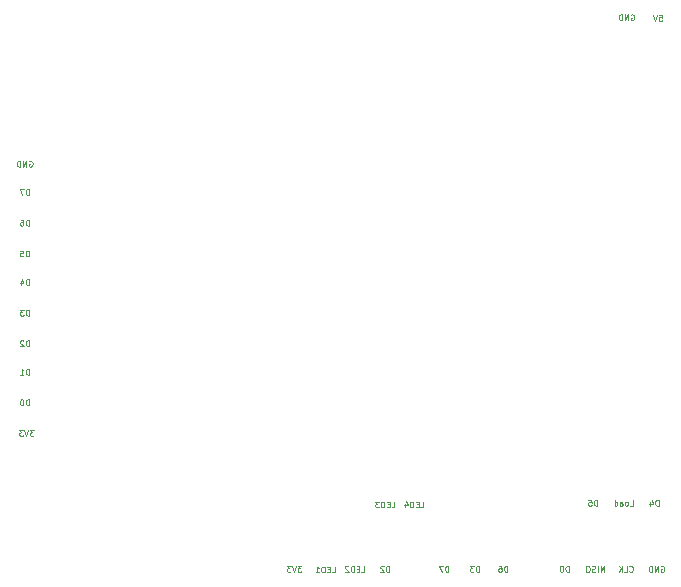
<source format=gbo>
G04 #@! TF.FileFunction,Legend,Bot*
%FSLAX46Y46*%
G04 Gerber Fmt 4.6, Leading zero omitted, Abs format (unit mm)*
G04 Created by KiCad (PCBNEW 4.0.6-e0-6349~52~ubuntu16.10.1) date Tue Jun  6 22:23:42 2017*
%MOMM*%
%LPD*%
G01*
G04 APERTURE LIST*
%ADD10C,0.100000*%
G04 APERTURE END LIST*
D10*
X178787619Y-118898571D02*
X178811429Y-118922381D01*
X178882857Y-118946190D01*
X178930476Y-118946190D01*
X179001905Y-118922381D01*
X179049524Y-118874762D01*
X179073333Y-118827143D01*
X179097143Y-118731905D01*
X179097143Y-118660476D01*
X179073333Y-118565238D01*
X179049524Y-118517619D01*
X179001905Y-118470000D01*
X178930476Y-118446190D01*
X178882857Y-118446190D01*
X178811429Y-118470000D01*
X178787619Y-118493810D01*
X178335238Y-118946190D02*
X178573333Y-118946190D01*
X178573333Y-118446190D01*
X178168571Y-118946190D02*
X178168571Y-118446190D01*
X177882857Y-118946190D02*
X178097143Y-118660476D01*
X177882857Y-118446190D02*
X178168571Y-118731905D01*
X127959047Y-104846190D02*
X127959047Y-104346190D01*
X127840000Y-104346190D01*
X127768571Y-104370000D01*
X127720952Y-104417619D01*
X127697143Y-104465238D01*
X127673333Y-104560476D01*
X127673333Y-104631905D01*
X127697143Y-104727143D01*
X127720952Y-104774762D01*
X127768571Y-104822381D01*
X127840000Y-104846190D01*
X127959047Y-104846190D01*
X127363809Y-104346190D02*
X127316190Y-104346190D01*
X127268571Y-104370000D01*
X127244762Y-104393810D01*
X127220952Y-104441429D01*
X127197143Y-104536667D01*
X127197143Y-104655714D01*
X127220952Y-104750952D01*
X127244762Y-104798571D01*
X127268571Y-104822381D01*
X127316190Y-104846190D01*
X127363809Y-104846190D01*
X127411428Y-104822381D01*
X127435238Y-104798571D01*
X127459047Y-104750952D01*
X127482857Y-104655714D01*
X127482857Y-104536667D01*
X127459047Y-104441429D01*
X127435238Y-104393810D01*
X127411428Y-104370000D01*
X127363809Y-104346190D01*
X127959047Y-102246190D02*
X127959047Y-101746190D01*
X127840000Y-101746190D01*
X127768571Y-101770000D01*
X127720952Y-101817619D01*
X127697143Y-101865238D01*
X127673333Y-101960476D01*
X127673333Y-102031905D01*
X127697143Y-102127143D01*
X127720952Y-102174762D01*
X127768571Y-102222381D01*
X127840000Y-102246190D01*
X127959047Y-102246190D01*
X127197143Y-102246190D02*
X127482857Y-102246190D01*
X127340000Y-102246190D02*
X127340000Y-101746190D01*
X127387619Y-101817619D01*
X127435238Y-101865238D01*
X127482857Y-101889048D01*
X127959047Y-99846190D02*
X127959047Y-99346190D01*
X127840000Y-99346190D01*
X127768571Y-99370000D01*
X127720952Y-99417619D01*
X127697143Y-99465238D01*
X127673333Y-99560476D01*
X127673333Y-99631905D01*
X127697143Y-99727143D01*
X127720952Y-99774762D01*
X127768571Y-99822381D01*
X127840000Y-99846190D01*
X127959047Y-99846190D01*
X127482857Y-99393810D02*
X127459047Y-99370000D01*
X127411428Y-99346190D01*
X127292381Y-99346190D01*
X127244762Y-99370000D01*
X127220952Y-99393810D01*
X127197143Y-99441429D01*
X127197143Y-99489048D01*
X127220952Y-99560476D01*
X127506666Y-99846190D01*
X127197143Y-99846190D01*
X127959047Y-97246190D02*
X127959047Y-96746190D01*
X127840000Y-96746190D01*
X127768571Y-96770000D01*
X127720952Y-96817619D01*
X127697143Y-96865238D01*
X127673333Y-96960476D01*
X127673333Y-97031905D01*
X127697143Y-97127143D01*
X127720952Y-97174762D01*
X127768571Y-97222381D01*
X127840000Y-97246190D01*
X127959047Y-97246190D01*
X127506666Y-96746190D02*
X127197143Y-96746190D01*
X127363809Y-96936667D01*
X127292381Y-96936667D01*
X127244762Y-96960476D01*
X127220952Y-96984286D01*
X127197143Y-97031905D01*
X127197143Y-97150952D01*
X127220952Y-97198571D01*
X127244762Y-97222381D01*
X127292381Y-97246190D01*
X127435238Y-97246190D01*
X127482857Y-97222381D01*
X127506666Y-97198571D01*
X127959047Y-94646190D02*
X127959047Y-94146190D01*
X127840000Y-94146190D01*
X127768571Y-94170000D01*
X127720952Y-94217619D01*
X127697143Y-94265238D01*
X127673333Y-94360476D01*
X127673333Y-94431905D01*
X127697143Y-94527143D01*
X127720952Y-94574762D01*
X127768571Y-94622381D01*
X127840000Y-94646190D01*
X127959047Y-94646190D01*
X127244762Y-94312857D02*
X127244762Y-94646190D01*
X127363809Y-94122381D02*
X127482857Y-94479524D01*
X127173333Y-94479524D01*
X127959047Y-92246190D02*
X127959047Y-91746190D01*
X127840000Y-91746190D01*
X127768571Y-91770000D01*
X127720952Y-91817619D01*
X127697143Y-91865238D01*
X127673333Y-91960476D01*
X127673333Y-92031905D01*
X127697143Y-92127143D01*
X127720952Y-92174762D01*
X127768571Y-92222381D01*
X127840000Y-92246190D01*
X127959047Y-92246190D01*
X127220952Y-91746190D02*
X127459047Y-91746190D01*
X127482857Y-91984286D01*
X127459047Y-91960476D01*
X127411428Y-91936667D01*
X127292381Y-91936667D01*
X127244762Y-91960476D01*
X127220952Y-91984286D01*
X127197143Y-92031905D01*
X127197143Y-92150952D01*
X127220952Y-92198571D01*
X127244762Y-92222381D01*
X127292381Y-92246190D01*
X127411428Y-92246190D01*
X127459047Y-92222381D01*
X127482857Y-92198571D01*
X127959047Y-89646190D02*
X127959047Y-89146190D01*
X127840000Y-89146190D01*
X127768571Y-89170000D01*
X127720952Y-89217619D01*
X127697143Y-89265238D01*
X127673333Y-89360476D01*
X127673333Y-89431905D01*
X127697143Y-89527143D01*
X127720952Y-89574762D01*
X127768571Y-89622381D01*
X127840000Y-89646190D01*
X127959047Y-89646190D01*
X127244762Y-89146190D02*
X127340000Y-89146190D01*
X127387619Y-89170000D01*
X127411428Y-89193810D01*
X127459047Y-89265238D01*
X127482857Y-89360476D01*
X127482857Y-89550952D01*
X127459047Y-89598571D01*
X127435238Y-89622381D01*
X127387619Y-89646190D01*
X127292381Y-89646190D01*
X127244762Y-89622381D01*
X127220952Y-89598571D01*
X127197143Y-89550952D01*
X127197143Y-89431905D01*
X127220952Y-89384286D01*
X127244762Y-89360476D01*
X127292381Y-89336667D01*
X127387619Y-89336667D01*
X127435238Y-89360476D01*
X127459047Y-89384286D01*
X127482857Y-89431905D01*
X127959047Y-87046190D02*
X127959047Y-86546190D01*
X127840000Y-86546190D01*
X127768571Y-86570000D01*
X127720952Y-86617619D01*
X127697143Y-86665238D01*
X127673333Y-86760476D01*
X127673333Y-86831905D01*
X127697143Y-86927143D01*
X127720952Y-86974762D01*
X127768571Y-87022381D01*
X127840000Y-87046190D01*
X127959047Y-87046190D01*
X127506666Y-86546190D02*
X127173333Y-86546190D01*
X127387619Y-87046190D01*
X181259047Y-113346190D02*
X181259047Y-112846190D01*
X181140000Y-112846190D01*
X181068571Y-112870000D01*
X181020952Y-112917619D01*
X180997143Y-112965238D01*
X180973333Y-113060476D01*
X180973333Y-113131905D01*
X180997143Y-113227143D01*
X181020952Y-113274762D01*
X181068571Y-113322381D01*
X181140000Y-113346190D01*
X181259047Y-113346190D01*
X180544762Y-113012857D02*
X180544762Y-113346190D01*
X180663809Y-112822381D02*
X180782857Y-113179524D01*
X180473333Y-113179524D01*
X178813809Y-113346190D02*
X179051904Y-113346190D01*
X179051904Y-112846190D01*
X178575714Y-113346190D02*
X178623333Y-113322381D01*
X178647142Y-113298571D01*
X178670952Y-113250952D01*
X178670952Y-113108095D01*
X178647142Y-113060476D01*
X178623333Y-113036667D01*
X178575714Y-113012857D01*
X178504285Y-113012857D01*
X178456666Y-113036667D01*
X178432857Y-113060476D01*
X178409047Y-113108095D01*
X178409047Y-113250952D01*
X178432857Y-113298571D01*
X178456666Y-113322381D01*
X178504285Y-113346190D01*
X178575714Y-113346190D01*
X177980476Y-113346190D02*
X177980476Y-113084286D01*
X178004285Y-113036667D01*
X178051904Y-113012857D01*
X178147142Y-113012857D01*
X178194761Y-113036667D01*
X177980476Y-113322381D02*
X178028095Y-113346190D01*
X178147142Y-113346190D01*
X178194761Y-113322381D01*
X178218571Y-113274762D01*
X178218571Y-113227143D01*
X178194761Y-113179524D01*
X178147142Y-113155714D01*
X178028095Y-113155714D01*
X177980476Y-113131905D01*
X177528095Y-113346190D02*
X177528095Y-112846190D01*
X177528095Y-113322381D02*
X177575714Y-113346190D01*
X177670952Y-113346190D01*
X177718571Y-113322381D01*
X177742380Y-113298571D01*
X177766190Y-113250952D01*
X177766190Y-113108095D01*
X177742380Y-113060476D01*
X177718571Y-113036667D01*
X177670952Y-113012857D01*
X177575714Y-113012857D01*
X177528095Y-113036667D01*
X176059047Y-113346190D02*
X176059047Y-112846190D01*
X175940000Y-112846190D01*
X175868571Y-112870000D01*
X175820952Y-112917619D01*
X175797143Y-112965238D01*
X175773333Y-113060476D01*
X175773333Y-113131905D01*
X175797143Y-113227143D01*
X175820952Y-113274762D01*
X175868571Y-113322381D01*
X175940000Y-113346190D01*
X176059047Y-113346190D01*
X175320952Y-112846190D02*
X175559047Y-112846190D01*
X175582857Y-113084286D01*
X175559047Y-113060476D01*
X175511428Y-113036667D01*
X175392381Y-113036667D01*
X175344762Y-113060476D01*
X175320952Y-113084286D01*
X175297143Y-113131905D01*
X175297143Y-113250952D01*
X175320952Y-113298571D01*
X175344762Y-113322381D01*
X175392381Y-113346190D01*
X175511428Y-113346190D01*
X175559047Y-113322381D01*
X175582857Y-113298571D01*
X158459047Y-118946190D02*
X158459047Y-118446190D01*
X158340000Y-118446190D01*
X158268571Y-118470000D01*
X158220952Y-118517619D01*
X158197143Y-118565238D01*
X158173333Y-118660476D01*
X158173333Y-118731905D01*
X158197143Y-118827143D01*
X158220952Y-118874762D01*
X158268571Y-118922381D01*
X158340000Y-118946190D01*
X158459047Y-118946190D01*
X157982857Y-118493810D02*
X157959047Y-118470000D01*
X157911428Y-118446190D01*
X157792381Y-118446190D01*
X157744762Y-118470000D01*
X157720952Y-118493810D01*
X157697143Y-118541429D01*
X157697143Y-118589048D01*
X157720952Y-118660476D01*
X158006666Y-118946190D01*
X157697143Y-118946190D01*
X163459047Y-118946190D02*
X163459047Y-118446190D01*
X163340000Y-118446190D01*
X163268571Y-118470000D01*
X163220952Y-118517619D01*
X163197143Y-118565238D01*
X163173333Y-118660476D01*
X163173333Y-118731905D01*
X163197143Y-118827143D01*
X163220952Y-118874762D01*
X163268571Y-118922381D01*
X163340000Y-118946190D01*
X163459047Y-118946190D01*
X163006666Y-118446190D02*
X162673333Y-118446190D01*
X162887619Y-118946190D01*
X166059047Y-118946190D02*
X166059047Y-118446190D01*
X165940000Y-118446190D01*
X165868571Y-118470000D01*
X165820952Y-118517619D01*
X165797143Y-118565238D01*
X165773333Y-118660476D01*
X165773333Y-118731905D01*
X165797143Y-118827143D01*
X165820952Y-118874762D01*
X165868571Y-118922381D01*
X165940000Y-118946190D01*
X166059047Y-118946190D01*
X165606666Y-118446190D02*
X165297143Y-118446190D01*
X165463809Y-118636667D01*
X165392381Y-118636667D01*
X165344762Y-118660476D01*
X165320952Y-118684286D01*
X165297143Y-118731905D01*
X165297143Y-118850952D01*
X165320952Y-118898571D01*
X165344762Y-118922381D01*
X165392381Y-118946190D01*
X165535238Y-118946190D01*
X165582857Y-118922381D01*
X165606666Y-118898571D01*
X168459047Y-118946190D02*
X168459047Y-118446190D01*
X168340000Y-118446190D01*
X168268571Y-118470000D01*
X168220952Y-118517619D01*
X168197143Y-118565238D01*
X168173333Y-118660476D01*
X168173333Y-118731905D01*
X168197143Y-118827143D01*
X168220952Y-118874762D01*
X168268571Y-118922381D01*
X168340000Y-118946190D01*
X168459047Y-118946190D01*
X167744762Y-118446190D02*
X167840000Y-118446190D01*
X167887619Y-118470000D01*
X167911428Y-118493810D01*
X167959047Y-118565238D01*
X167982857Y-118660476D01*
X167982857Y-118850952D01*
X167959047Y-118898571D01*
X167935238Y-118922381D01*
X167887619Y-118946190D01*
X167792381Y-118946190D01*
X167744762Y-118922381D01*
X167720952Y-118898571D01*
X167697143Y-118850952D01*
X167697143Y-118731905D01*
X167720952Y-118684286D01*
X167744762Y-118660476D01*
X167792381Y-118636667D01*
X167887619Y-118636667D01*
X167935238Y-118660476D01*
X167959047Y-118684286D01*
X167982857Y-118731905D01*
X173659047Y-118946190D02*
X173659047Y-118446190D01*
X173540000Y-118446190D01*
X173468571Y-118470000D01*
X173420952Y-118517619D01*
X173397143Y-118565238D01*
X173373333Y-118660476D01*
X173373333Y-118731905D01*
X173397143Y-118827143D01*
X173420952Y-118874762D01*
X173468571Y-118922381D01*
X173540000Y-118946190D01*
X173659047Y-118946190D01*
X173063809Y-118446190D02*
X173016190Y-118446190D01*
X172968571Y-118470000D01*
X172944762Y-118493810D01*
X172920952Y-118541429D01*
X172897143Y-118636667D01*
X172897143Y-118755714D01*
X172920952Y-118850952D01*
X172944762Y-118898571D01*
X172968571Y-118922381D01*
X173016190Y-118946190D01*
X173063809Y-118946190D01*
X173111428Y-118922381D01*
X173135238Y-118898571D01*
X173159047Y-118850952D01*
X173182857Y-118755714D01*
X173182857Y-118636667D01*
X173159047Y-118541429D01*
X173135238Y-118493810D01*
X173111428Y-118470000D01*
X173063809Y-118446190D01*
X176675714Y-118946190D02*
X176675714Y-118446190D01*
X176509048Y-118803333D01*
X176342381Y-118446190D01*
X176342381Y-118946190D01*
X176104285Y-118946190D02*
X176104285Y-118446190D01*
X175890000Y-118922381D02*
X175818571Y-118946190D01*
X175699524Y-118946190D01*
X175651905Y-118922381D01*
X175628095Y-118898571D01*
X175604286Y-118850952D01*
X175604286Y-118803333D01*
X175628095Y-118755714D01*
X175651905Y-118731905D01*
X175699524Y-118708095D01*
X175794762Y-118684286D01*
X175842381Y-118660476D01*
X175866190Y-118636667D01*
X175890000Y-118589048D01*
X175890000Y-118541429D01*
X175866190Y-118493810D01*
X175842381Y-118470000D01*
X175794762Y-118446190D01*
X175675714Y-118446190D01*
X175604286Y-118470000D01*
X175294762Y-118446190D02*
X175199524Y-118446190D01*
X175151905Y-118470000D01*
X175104286Y-118517619D01*
X175080477Y-118612857D01*
X175080477Y-118779524D01*
X175104286Y-118874762D01*
X175151905Y-118922381D01*
X175199524Y-118946190D01*
X175294762Y-118946190D01*
X175342381Y-118922381D01*
X175390000Y-118874762D01*
X175413810Y-118779524D01*
X175413810Y-118612857D01*
X175390000Y-118517619D01*
X175342381Y-118470000D01*
X175294762Y-118446190D01*
X127970953Y-84170000D02*
X128018572Y-84146190D01*
X128090000Y-84146190D01*
X128161429Y-84170000D01*
X128209048Y-84217619D01*
X128232857Y-84265238D01*
X128256667Y-84360476D01*
X128256667Y-84431905D01*
X128232857Y-84527143D01*
X128209048Y-84574762D01*
X128161429Y-84622381D01*
X128090000Y-84646190D01*
X128042381Y-84646190D01*
X127970953Y-84622381D01*
X127947143Y-84598571D01*
X127947143Y-84431905D01*
X128042381Y-84431905D01*
X127732857Y-84646190D02*
X127732857Y-84146190D01*
X127447143Y-84646190D01*
X127447143Y-84146190D01*
X127209047Y-84646190D02*
X127209047Y-84146190D01*
X127090000Y-84146190D01*
X127018571Y-84170000D01*
X126970952Y-84217619D01*
X126947143Y-84265238D01*
X126923333Y-84360476D01*
X126923333Y-84431905D01*
X126947143Y-84527143D01*
X126970952Y-84574762D01*
X127018571Y-84622381D01*
X127090000Y-84646190D01*
X127209047Y-84646190D01*
X128359046Y-106946190D02*
X128049523Y-106946190D01*
X128216189Y-107136667D01*
X128144761Y-107136667D01*
X128097142Y-107160476D01*
X128073332Y-107184286D01*
X128049523Y-107231905D01*
X128049523Y-107350952D01*
X128073332Y-107398571D01*
X128097142Y-107422381D01*
X128144761Y-107446190D01*
X128287618Y-107446190D01*
X128335237Y-107422381D01*
X128359046Y-107398571D01*
X127906666Y-106946190D02*
X127739999Y-107446190D01*
X127573333Y-106946190D01*
X127454285Y-106946190D02*
X127144762Y-106946190D01*
X127311428Y-107136667D01*
X127240000Y-107136667D01*
X127192381Y-107160476D01*
X127168571Y-107184286D01*
X127144762Y-107231905D01*
X127144762Y-107350952D01*
X127168571Y-107398571D01*
X127192381Y-107422381D01*
X127240000Y-107446190D01*
X127382857Y-107446190D01*
X127430476Y-107422381D01*
X127454285Y-107398571D01*
X161099523Y-113496190D02*
X161337618Y-113496190D01*
X161337618Y-112996190D01*
X160932856Y-113234286D02*
X160766190Y-113234286D01*
X160694761Y-113496190D02*
X160932856Y-113496190D01*
X160932856Y-112996190D01*
X160694761Y-112996190D01*
X160480475Y-113496190D02*
X160480475Y-112996190D01*
X160361428Y-112996190D01*
X160289999Y-113020000D01*
X160242380Y-113067619D01*
X160218571Y-113115238D01*
X160194761Y-113210476D01*
X160194761Y-113281905D01*
X160218571Y-113377143D01*
X160242380Y-113424762D01*
X160289999Y-113472381D01*
X160361428Y-113496190D01*
X160480475Y-113496190D01*
X159766190Y-113162857D02*
X159766190Y-113496190D01*
X159885237Y-112972381D02*
X160004285Y-113329524D01*
X159694761Y-113329524D01*
X158649523Y-113496190D02*
X158887618Y-113496190D01*
X158887618Y-112996190D01*
X158482856Y-113234286D02*
X158316190Y-113234286D01*
X158244761Y-113496190D02*
X158482856Y-113496190D01*
X158482856Y-112996190D01*
X158244761Y-112996190D01*
X158030475Y-113496190D02*
X158030475Y-112996190D01*
X157911428Y-112996190D01*
X157839999Y-113020000D01*
X157792380Y-113067619D01*
X157768571Y-113115238D01*
X157744761Y-113210476D01*
X157744761Y-113281905D01*
X157768571Y-113377143D01*
X157792380Y-113424762D01*
X157839999Y-113472381D01*
X157911428Y-113496190D01*
X158030475Y-113496190D01*
X157578094Y-112996190D02*
X157268571Y-112996190D01*
X157435237Y-113186667D01*
X157363809Y-113186667D01*
X157316190Y-113210476D01*
X157292380Y-113234286D01*
X157268571Y-113281905D01*
X157268571Y-113400952D01*
X157292380Y-113448571D01*
X157316190Y-113472381D01*
X157363809Y-113496190D01*
X157506666Y-113496190D01*
X157554285Y-113472381D01*
X157578094Y-113448571D01*
X156099523Y-118946190D02*
X156337618Y-118946190D01*
X156337618Y-118446190D01*
X155932856Y-118684286D02*
X155766190Y-118684286D01*
X155694761Y-118946190D02*
X155932856Y-118946190D01*
X155932856Y-118446190D01*
X155694761Y-118446190D01*
X155480475Y-118946190D02*
X155480475Y-118446190D01*
X155361428Y-118446190D01*
X155289999Y-118470000D01*
X155242380Y-118517619D01*
X155218571Y-118565238D01*
X155194761Y-118660476D01*
X155194761Y-118731905D01*
X155218571Y-118827143D01*
X155242380Y-118874762D01*
X155289999Y-118922381D01*
X155361428Y-118946190D01*
X155480475Y-118946190D01*
X155004285Y-118493810D02*
X154980475Y-118470000D01*
X154932856Y-118446190D01*
X154813809Y-118446190D01*
X154766190Y-118470000D01*
X154742380Y-118493810D01*
X154718571Y-118541429D01*
X154718571Y-118589048D01*
X154742380Y-118660476D01*
X155028094Y-118946190D01*
X154718571Y-118946190D01*
X153599523Y-118996190D02*
X153837618Y-118996190D01*
X153837618Y-118496190D01*
X153432856Y-118734286D02*
X153266190Y-118734286D01*
X153194761Y-118996190D02*
X153432856Y-118996190D01*
X153432856Y-118496190D01*
X153194761Y-118496190D01*
X152980475Y-118996190D02*
X152980475Y-118496190D01*
X152861428Y-118496190D01*
X152789999Y-118520000D01*
X152742380Y-118567619D01*
X152718571Y-118615238D01*
X152694761Y-118710476D01*
X152694761Y-118781905D01*
X152718571Y-118877143D01*
X152742380Y-118924762D01*
X152789999Y-118972381D01*
X152861428Y-118996190D01*
X152980475Y-118996190D01*
X152218571Y-118996190D02*
X152504285Y-118996190D01*
X152361428Y-118996190D02*
X152361428Y-118496190D01*
X152409047Y-118567619D01*
X152456666Y-118615238D01*
X152504285Y-118639048D01*
X151009046Y-118446190D02*
X150699523Y-118446190D01*
X150866189Y-118636667D01*
X150794761Y-118636667D01*
X150747142Y-118660476D01*
X150723332Y-118684286D01*
X150699523Y-118731905D01*
X150699523Y-118850952D01*
X150723332Y-118898571D01*
X150747142Y-118922381D01*
X150794761Y-118946190D01*
X150937618Y-118946190D01*
X150985237Y-118922381D01*
X151009046Y-118898571D01*
X150556666Y-118446190D02*
X150389999Y-118946190D01*
X150223333Y-118446190D01*
X150104285Y-118446190D02*
X149794762Y-118446190D01*
X149961428Y-118636667D01*
X149890000Y-118636667D01*
X149842381Y-118660476D01*
X149818571Y-118684286D01*
X149794762Y-118731905D01*
X149794762Y-118850952D01*
X149818571Y-118898571D01*
X149842381Y-118922381D01*
X149890000Y-118946190D01*
X150032857Y-118946190D01*
X150080476Y-118922381D01*
X150104285Y-118898571D01*
X181470953Y-118470000D02*
X181518572Y-118446190D01*
X181590000Y-118446190D01*
X181661429Y-118470000D01*
X181709048Y-118517619D01*
X181732857Y-118565238D01*
X181756667Y-118660476D01*
X181756667Y-118731905D01*
X181732857Y-118827143D01*
X181709048Y-118874762D01*
X181661429Y-118922381D01*
X181590000Y-118946190D01*
X181542381Y-118946190D01*
X181470953Y-118922381D01*
X181447143Y-118898571D01*
X181447143Y-118731905D01*
X181542381Y-118731905D01*
X181232857Y-118946190D02*
X181232857Y-118446190D01*
X180947143Y-118946190D01*
X180947143Y-118446190D01*
X180709047Y-118946190D02*
X180709047Y-118446190D01*
X180590000Y-118446190D01*
X180518571Y-118470000D01*
X180470952Y-118517619D01*
X180447143Y-118565238D01*
X180423333Y-118660476D01*
X180423333Y-118731905D01*
X180447143Y-118827143D01*
X180470952Y-118874762D01*
X180518571Y-118922381D01*
X180590000Y-118946190D01*
X180709047Y-118946190D01*
X178920953Y-71770000D02*
X178968572Y-71746190D01*
X179040000Y-71746190D01*
X179111429Y-71770000D01*
X179159048Y-71817619D01*
X179182857Y-71865238D01*
X179206667Y-71960476D01*
X179206667Y-72031905D01*
X179182857Y-72127143D01*
X179159048Y-72174762D01*
X179111429Y-72222381D01*
X179040000Y-72246190D01*
X178992381Y-72246190D01*
X178920953Y-72222381D01*
X178897143Y-72198571D01*
X178897143Y-72031905D01*
X178992381Y-72031905D01*
X178682857Y-72246190D02*
X178682857Y-71746190D01*
X178397143Y-72246190D01*
X178397143Y-71746190D01*
X178159047Y-72246190D02*
X178159047Y-71746190D01*
X178040000Y-71746190D01*
X177968571Y-71770000D01*
X177920952Y-71817619D01*
X177897143Y-71865238D01*
X177873333Y-71960476D01*
X177873333Y-72031905D01*
X177897143Y-72127143D01*
X177920952Y-72174762D01*
X177968571Y-72222381D01*
X178040000Y-72246190D01*
X178159047Y-72246190D01*
X181285237Y-71796190D02*
X181523332Y-71796190D01*
X181547142Y-72034286D01*
X181523332Y-72010476D01*
X181475713Y-71986667D01*
X181356666Y-71986667D01*
X181309047Y-72010476D01*
X181285237Y-72034286D01*
X181261428Y-72081905D01*
X181261428Y-72200952D01*
X181285237Y-72248571D01*
X181309047Y-72272381D01*
X181356666Y-72296190D01*
X181475713Y-72296190D01*
X181523332Y-72272381D01*
X181547142Y-72248571D01*
X181118571Y-71796190D02*
X180951904Y-72296190D01*
X180785238Y-71796190D01*
M02*

</source>
